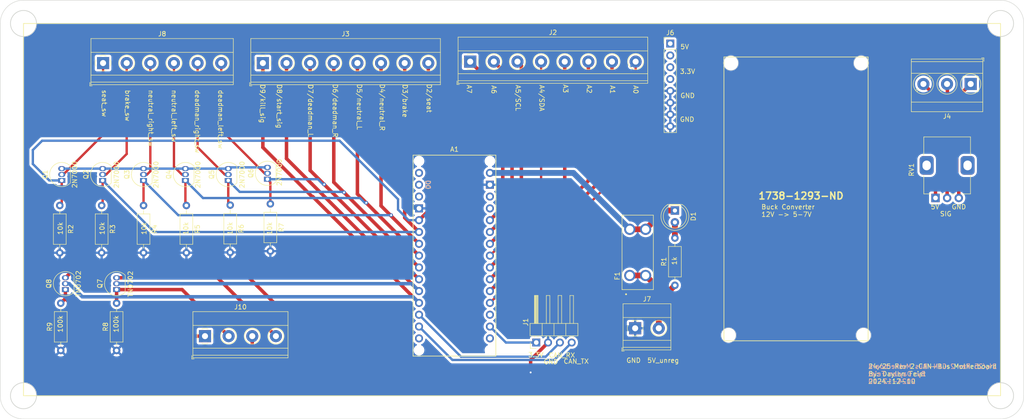
<source format=kicad_pcb>
(kicad_pcb (version 20221018) (generator pcbnew)
  (layers (0 "F.Cu" signal) (31 "B.Cu" signal) (34 "B.Paste" user) (35 "F.Paste" user) (36 "B.SilkS" user "B.Silkscreen") (37 "F.SilkS" user "F.Silkscreen") (38 "B.Mask" user) (39 "F.Mask" user) (44 "Edge.Cuts" user))
  (net 0 "")
  (net 1 "V_in")
  (net 2 "Net-(D1-A)")
  (net 3 "/Input_Power/V_in_unreg")
  (net 4 "+3V3")
  (net 5 "GND")
  (net 6 "/Arduino/CAN_RX")
  (net 7 "/Arduino/CAN_TX")
  (net 8 "/Arduino/A7")
  (net 9 "/Arduino/A6")
  (net 10 "/Arduino/A5{slash}SCL")
  (net 11 "/Arduino/A4{slash}SDA")
  (net 12 "/Arduino/A3")
  (net 13 "/Arduino/A2")
  (net 14 "/Arduino/A1")
  (net 15 "/Arduino/A0")
  (net 16 "start_sig")
  (net 17 "kill_sig")
  (net 18 "deadman_left")
  (net 19 "deadman_right")
  (net 20 "neutral_left")
  (net 21 "neutral_right")
  (net 22 "brake_signal")
  (net 23 "seat_signal")
  (net 24 "/Throttle/Accel_GND")
  (net 25 "/Throttle/Accel_sig")
  (net 26 "/Throttle/Accel_power")
  (net 27 "+5V")
  (net 28 "/Safety Circuitry/seat_switch")
  (net 29 "/Safety Circuitry/brake_switch")
  (net 30 "/Safety Circuitry/neutral_right_switch")
  (net 31 "/Safety Circuitry/neutral_left_switch")
  (net 32 "/Safety Circuitry/deadman_right_switch")
  (net 33 "/Safety Circuitry/deadman_left_switch")
  (net 41 "/Arduino/kill_vout")
  (net 42 "/Arduino/starter_vout")
  (net 43 "/Arduino/kill_vin")
  (net 44 "/Arduino/starter_vin")
  (footprint "3568 (Fuse Holder):FUSE_3568" (layer "F.Cu") (at 176.545 86 90)
    (fp_text reference "F1" (at -5.075 -4.385 90) (layer "F.SilkS"))
    (fp_text value "3568")
    (pad "1" thru_hole circle (at -4.96 -1.7 90) (size 2.4 2.4) (drill 1.6) (layers "*.Cu" "*.Mask") (net 3 "/Input_Power/V_in_unreg"))
    (pad "2" thru_hole circle (at 4.96 -1.7 90) (size 2.4 2.4) (drill 1.6) (layers "*.Cu" "*.Mask") (net 1 "V_in"))
    (pad "3" thru_hole circle (at -4.96 1.7 90) (size 2.4 2.4) (drill 1.6) (layers "*.Cu" "*.Mask") (net 3 "/Input_Power/V_in_unreg"))
    (pad "4" thru_hole circle (at 4.96 1.7 90) (size 2.4 2.4) (drill 1.6) (layers "*.Cu" "*.Mask") (net 1 "V_in"))
  )
  (footprint "TerminalBlock_Phoenix:TerminalBlock_Phoenix_MKDS-3-3-5.08_1x03_P5.08mm_Horizontal" (layer "F.Cu") (at 248.115 49.805 180)
    (fp_text reference "J4" (at 5.08 -6.96) (layer "F.SilkS"))
    (fp_text value "Conn_01x03_Male")
    (pad "1" thru_hole rect (at 0 0 180) (size 2.6 2.6) (drill 1.3) (layers "*.Cu" "*.Mask") (net 24 "/Throttle/Accel_GND"))
    (pad "2" thru_hole circle (at 5.08 0 180) (size 2.6 2.6) (drill 1.3) (layers "*.Cu" "*.Mask") (net 25 "/Throttle/Accel_sig"))
    (pad "3" thru_hole circle (at 10.16 0 180) (size 2.6 2.6) (drill 1.3) (layers "*.Cu" "*.Mask") (net 26 "/Throttle/Accel_power"))
  )
  (footprint "LED_THT:LED_D5.0mm" (layer "F.Cu") (at 184.545 77 -90)
    (fp_text reference "D1" (at 1.27 -3.96 90) (layer "F.SilkS"))
    (fp_text value "LED")
    (pad "1" thru_hole rect (at 0 0 270) (size 1.8 1.8) (drill 0.9) (layers "*.Cu" "*.Mask") (net 1 "V_in"))
    (pad "2" thru_hole circle (at 2.54 0 270) (size 1.8 1.8) (drill 0.9) (layers "*.Cu" "*.Mask") (net 2 "Net-(D1-A)"))
  )
  (footprint "Resistor_THT:R_Axial_DIN0207_L6.3mm_D2.5mm_P10.16mm_Horizontal" (layer "F.Cu") (at 184.545 93.08 90)
    (fp_text reference "R1" (at 5.08 -2.37 90) (layer "F.SilkS"))
    (fp_text value "1k")
    (pad "1" thru_hole circle (at 0 0 90) (size 1.6 1.6) (drill 0.8) (layers "*.Cu" "*.Mask") (net 3 "/Input_Power/V_in_unreg"))
    (pad "2" thru_hole oval (at 10.16 0 90) (size 1.6 1.6) (drill 0.8) (layers "*.Cu" "*.Mask") (net 2 "Net-(D1-A)"))
  )
  (footprint "Connector_PinHeader_2.54mm:PinHeader_1x04_P2.54mm_Horizontal" (layer "F.Cu") (at 154.745 105.375 90)
    (fp_text reference "J1" (at 4.385 -2.27 90) (layer "F.SilkS"))
    (fp_text value "Conn_01x04_Pin")
    (pad "1" thru_hole rect (at 0 0 90) (size 1.7 1.7) (drill 1) (layers "*.Cu" "*.Mask") (net 4 "+3V3"))
    (pad "2" thru_hole oval (at 0 2.54 90) (size 1.7 1.7) (drill 1) (layers "*.Cu" "*.Mask") (net 5 "GND"))
    (pad "3" thru_hole oval (at 0 5.08 90) (size 1.7 1.7) (drill 1) (layers "*.Cu" "*.Mask") (net 6 "/Arduino/CAN_RX"))
    (pad "4" thru_hole oval (at 0 7.62 90) (size 1.7 1.7) (drill 1) (layers "*.Cu" "*.Mask") (net 7 "/Arduino/CAN_TX"))
  )
  (footprint "Resistor_THT:R_Axial_DIN0207_L6.3mm_D2.5mm_P10.16mm_Horizontal" (layer "F.Cu") (at 52.545 107.08 90)
    (fp_text reference "R9" (at 5.08 -2.37 90) (layer "F.SilkS"))
    (fp_text value "100k")
    (pad "1" thru_hole circle (at 0 0 90) (size 1.6 1.6) (drill 0.8) (layers "*.Cu" "*.Mask") (net 5 "GND"))
    (pad "2" thru_hole oval (at 10.16 0 90) (size 1.6 1.6) (drill 0.8) (layers "*.Cu" "*.Mask") (net 41 "/Arduino/kill_vout"))
  )
  (footprint "Resistor_THT:R_Axial_DIN0207_L6.3mm_D2.5mm_P10.16mm_Horizontal" (layer "F.Cu") (at 79.545 75.92 -90)
    (fp_text reference "R5" (at 5.08 -2.37 90) (layer "F.SilkS"))
    (fp_text value "10k")
    (pad "1" thru_hole circle (at 0 0 270) (size 1.6 1.6) (drill 0.8) (layers "*.Cu" "*.Mask") (net 20 "neutral_left"))
    (pad "2" thru_hole oval (at 10.16 0 270) (size 1.6 1.6) (drill 0.8) (layers "*.Cu" "*.Mask") (net 5 "GND"))
  )
  (footprint "TerminalBlock_Phoenix:TerminalBlock_Phoenix_MKDS-1,5-8-5.08_1x08_P5.08mm_Horizontal" (layer "F.Cu") (at 140.545 45)
    (fp_text reference "J2" (at 17.78 -6.26) (layer "F.SilkS"))
    (fp_text value "Conn_01x08_Male")
    (pad "1" thru_hole rect (at 0 0) (size 2.6 2.6) (drill 1.3) (layers "*.Cu" "*.Mask") (net 8 "/Arduino/A7"))
    (pad "2" thru_hole circle (at 5.08 0) (size 2.6 2.6) (drill 1.3) (layers "*.Cu" "*.Mask") (net 9 "/Arduino/A6"))
    (pad "3" thru_hole circle (at 10.16 0) (size 2.6 2.6) (drill 1.3) (layers "*.Cu" "*.Mask") (net 10 "/Arduino/A5{slash}SCL"))
    (pad "4" thru_hole circle (at 15.24 0) (size 2.6 2.6) (drill 1.3) (layers "*.Cu" "*.Mask") (net 11 "/Arduino/A4{slash}SDA"))
    (pad "5" thru_hole circle (at 20.32 0) (size 2.6 2.6) (drill 1.3) (layers "*.Cu" "*.Mask") (net 12 "/Arduino/A3"))
    (pad "6" thru_hole circle (at 25.4 0) (size 2.6 2.6) (drill 1.3) (layers "*.Cu" "*.Mask") (net 13 "/Arduino/A2"))
    (pad "7" thru_hole circle (at 30.48 0) (size 2.6 2.6) (drill 1.3) (layers "*.Cu" "*.Mask") (net 14 "/Arduino/A1"))
    (pad "8" thru_hole circle (at 35.56 0) (size 2.6 2.6) (drill 1.3) (layers "*.Cu" "*.Mask") (net 15 "/Arduino/A0"))
  )
  (footprint "TerminalBlock_Phoenix:TerminalBlock_Phoenix_MKDS-1,5-2-5.08_1x02_P5.08mm_Horizontal" (layer "F.Cu") (at 176 102.305)
    (fp_text reference "J7" (at 2.54 -6.26) (layer "F.SilkS"))
    (fp_text value "Conn_01x02_Pin")
    (pad "1" thru_hole rect (at 0 0) (size 2.6 2.6) (drill 1.3) (layers "*.Cu" "*.Mask") (net 5 "GND"))
    (pad "2" thru_hole circle (at 5.08 0) (size 2.6 2.6) (drill 1.3) (layers "*.Cu" "*.Mask") (net 3 "/Input_Power/V_in_unreg"))
  )
  (footprint "TerminalBlock_Phoenix:TerminalBlock_Phoenix_MKDS-1,5-8-5.08_1x08_P5.08mm_Horizontal" (layer "F.Cu") (at 95.985 45.305)
    (fp_text reference "J3" (at 17.78 -6.26) (layer "F.SilkS"))
    (fp_text value "Conn_01x08_Male" hide)
    (pad "1" thru_hole rect (at 0 0) (size 2.6 2.6) (drill 1.3) (layers "*.Cu" "*.Mask") (net 17 "kill_sig"))
    (pad "2" thru_hole circle (at 5.08 0) (size 2.6 2.6) (drill 1.3) (layers "*.Cu" "*.Mask") (net 16 "start_sig"))
    (pad "3" thru_hole circle (at 10.16 0) (size 2.6 2.6) (drill 1.3) (layers "*.Cu" "*.Mask") (net 18 "deadman_left"))
    (pad "4" thru_hole circle (at 15.24 0) (size 2.6 2.6) (drill 1.3) (layers "*.Cu" "*.Mask") (net 19 "deadman_right"))
    (pad "5" thru_hole circle (at 20.32 0) (size 2.6 2.6) (drill 1.3) (layers "*.Cu" "*.Mask") (net 20 "neutral_left"))
    (pad "6" thru_hole circle (at 25.4 0) (size 2.6 2.6) (drill 1.3) (layers "*.Cu" "*.Mask") (net 21 "neutral_right"))
    (pad "7" thru_hole circle (at 30.48 0) (size 2.6 2.6) (drill 1.3) (layers "*.Cu" "*.Mask") (net 22 "brake_signal"))
    (pad "8" thru_hole circle (at 35.56 0) (size 2.6 2.6) (drill 1.3) (layers "*.Cu" "*.Mask") (net 23 "seat_signal"))
  )
  (footprint "arduino:Arduino_Nano_ESP32_Socket" (layer "F.Cu") (at 137.165 108.29)
    (fp_text reference "A1" (at 0 -44.45) (layer "F.SilkS"))
    (fp_text value "Arduino_Nano_ESP32_Socket")
    (fp_text user "D0" (at -5.715 -36.83 -90 unlocked) (layer "B.SilkS") (effects (justify mirror)))
    (fp_text user "D0" (at -5.715 -36.83 -90 unlocked) (layer "F.SilkS"))
    (pad "" np_thru_hole circle (at -7.62 -41.91) (size 1.8 1.8) (drill 1.8) (layers "F&B.Cu" "*.Mask"))
    (pad "" np_thru_hole circle (at -7.62 -1.27) (size 1.8 1.8) (drill 1.8) (layers "F&B.Cu" "*.Mask"))
    (pad "" np_thru_hole circle (at 7.62 -41.91) (size 1.8 1.8) (drill 1.8) (layers "F&B.Cu" "*.Mask"))
    (pad "" np_thru_hole circle (at 7.62 -1.27) (size 1.8 1.8) (drill 1.8) (layers "F&B.Cu" "*.Mask"))
    (pad "3V3" thru_hole circle (at 7.62 -6.35) (size 1.7272 1.7272) (drill 1.016) (layers "*.Cu" "*.Mask") (net 4 "+3V3"))
    (pad "5V" thru_hole circle (at 7.62 -31.75) (size 1.7272 1.7272) (drill 1.016) (layers "*.Cu" "*.Mask") (net 27 "+5V"))
    (pad "A0" thru_hole circle (at 7.62 -11.43) (size 1.7272 1.7272) (drill 1.016) (layers "*.Cu" "*.Mask") (net 15 "/Arduino/A0"))
    (pad "A1" thru_hole circle (at 7.62 -13.97) (size 1.7272 1.7272) (drill 1.016) (layers "*.Cu" "*.Mask") (net 14 "/Arduino/A1"))
    (pad "A2" thru_hole circle (at 7.62 -16.51) (size 1.7272 1.7272) (drill 1.016) (layers "*.Cu" "*.Mask") (net 13 "/Arduino/A2"))
    (pad "A3" thru_hole circle (at 7.62 -19.05) (size 1.7272 1.7272) (drill 1.016) (layers "*.Cu" "*.Mask") (net 12 "/Arduino/A3"))
    (pad "A4" thru_hole circle (at 7.62 -21.59) (size 1.7272 1.7272) (drill 1.016) (layers "*.Cu" "*.Mask") (net 11 "/Arduino/A4{slash}SDA"))
    (pad "A5" thru_hole circle (at 7.62 -24.13) (size 1.7272 1.7272) (drill 1.016) (layers "*.Cu" "*.Mask") (net 10 "/Arduino/A5{slash}SCL"))
    (pad "A6" thru_hole circle (at 7.62 -26.67) (size 1.7272 1.7272) (drill 1.016) (layers "*.Cu" "*.Mask") (net 9 "/Arduino/A6"))
    (pad "A7" thru_hole circle (at 7.62 -29.21) (size 1.7272 1.7272) (drill 1.016) (layers "*.Cu" "*.Mask") (net 8 "/Arduino/A7"))
    (pad "B0" thru_hole circle (at 7.62 -8.89) (size 1.7272 1.7272) (drill 1.016) (layers "*.Cu" "*.Mask"))
    (pad "B1" thru_hole circle (at 7.62 -34.29) (size 1.7272 1.7272) (drill 1.016) (layers "*.Cu" "*.Mask"))
    (pad "D0" thru_hole circle (at -7.62 -36.83) (size 1.7272 1.7272) (drill 1.016) (layers "*.Cu" "*.Mask"))
    (pad "D1" thru_hole circle (at -7.62 -39.37) (size 1.7272 1.7272) (drill 1.016) (layers "*.Cu" "*.Mask"))
    (pad "D2" thru_hole circle (at -7.62 -29.21) (size 1.7272 1.7272) (drill 1.016) (layers "*.Cu" "*.Mask") (net 23 "seat_signal"))
    (pad "D3" thru_hole circle (at -7.62 -26.67) (size 1.7272 1.7272) (drill 1.016) (layers "*.Cu" "*.Mask") (net 22 "brake_signal"))
    (pad "D4" thru_hole circle (at -7.62 -24.13) (size 1.7272 1.7272) (drill 1.016) (layers "*.Cu" "*.Mask") (net 21 "neutral_right"))
    (pad "D5" thru_hole circle (at -7.62 -21.59) (size 1.7272 1.7272) (drill 1.016) (layers "*.Cu" "*.Mask") (net 20 "neutral_left"))
    (pad "D6" thru_hole circle (at -7.62 -19.05) (size 1.7272 1.7272) (drill 1.016) (layers "*.Cu" "*.Mask") (net 19 "deadman_right"))
    (pad "D7" thru_hole circle (at -7.62 -16.51) (size 1.7272 1.7272) (drill 1.016) (layers "*.Cu" "*.Mask") (net 18 "deadman_left"))
    (pad "D8" thru_hole circle (at -7.62 -13.97) (size 1.7272 1.7272) (drill 1.016) (layers "*.Cu" "*.Mask") (net 16 "start_sig"))
    (pad "D9" thru_hole circle (at -7.62 -11.43) (size 1.7272 1.7272) (drill 1.016) (layers "*.Cu" "*.Mask") (net 17 "kill_sig"))
    (pad "D10" thru_hole circle (at -7.62 -8.89) (size 1.7272 1.7272) (drill 1.016) (layers "*.Cu" "*.Mask") (net 6 "/Arduino/CAN_RX"))
    (pad "D11" thru_hole circle (at -7.62 -6.35) (size 1.7272 1.7272) (drill 1.016) (layers "*.Cu" "*.Mask") (net 7 "/Arduino/CAN_TX"))
    (pad "D12" thru_hole circle (at -7.62 -3.81) (size 1.7272 1.7272) (drill 1.016) (layers "*.Cu" "*.Mask"))
    (pad "D13" thru_hole circle (at 7.62 -3.81) (size 1.7272 1.7272) (drill 1.016) (layers "*.Cu" "*.Mask"))
    (pad "GND1" thru_hole rect (at -7.62 -31.75) (size 1.7272 1.7272) (drill 1.016) (layers "*.Cu" "*.Mask") (net 5 "GND"))
    (pad "GND2" thru_hole rect (at 7.62 -36.83) (size 1.7272 1.7272) (drill 1.016) (layers "*.Cu" "*.Mask") (net 5 "GND"))
    (pad "RST" thru_hole circle (at -7.62 -34.29) (size 1.7272 1.7272) (drill 1.016) (layers "*.Cu" "*.Mask"))
    (pad "VIN" thru_hole circle (at 7.62 -39.37) (size 1.7272 1.7272) (drill 1.016) (layers "*.Cu" "*.Mask") (net 1 "V_in"))
  )
  (footprint "Package_TO_SOT_THT:TO-92_Inline" (layer "F.Cu") (at 70.335 70.54 90)
    (fp_text reference "Q3" (at 1.27 -3.56 90) (layer "F.SilkS"))
    (fp_text value "2N7000")
    (pad "1" thru_hole rect (at 0 0 90) (size 1.05 1.5) (drill 0.75) (layers "*.Cu" "*.Mask") (net 21 "neutral_right"))
    (pad "2" thru_hole oval (at 1.27 0 90) (size 1.05 1.5) (drill 0.75) (layers "*.Cu" "*.Mask") (net 30 "/Safety Circuitry/neutral_right_switch"))
    (pad "3" thru_hole oval (at 2.54 0 90) (size 1.05 1.5) (drill 0.75) (layers "*.Cu" "*.Mask") (net 4 "+3V3"))
  )
  (footprint "Package_TO_SOT_THT:TO-92_Inline" (layer "F.Cu") (at 88.545 70.54 90)
    (fp_text reference "Q5" (at 1.27 -3.56 90) (layer "F.SilkS"))
    (fp_text value "2N7000")
    (pad "1" thru_hole rect (at 0 0 90) (size 1.05 1.5) (drill 0.75) (layers "*.Cu" "*.Mask") (net 19 "deadman_right"))
    (pad "2" thru_hole oval (at 1.27 0 90) (size 1.05 1.5) (drill 0.75) (layers "*.Cu" "*.Mask") (net 32 "/Safety Circuitry/deadman_right_switch"))
    (pad "3" thru_hole oval (at 2.54 0 90) (size 1.05 1.5) (drill 0.75) (layers "*.Cu" "*.Mask") (net 4 "+3V3"))
  )
  (footprint "Potentiometer_THT:Potentiometer_Alps_RK09K_Single_Vertical" (layer "F.Cu") (at 240.555 74.305 90)
    (fp_text reference "RV1" (at 6.05 -5.15 90) (layer "F.SilkS"))
    (fp_text value "R_Potentiometer")
    (pad "1" thru_hole rect (at 0 0 90) (size 1.8 1.8) (drill 1) (layers "*.Cu" "*.Mask") (net 26 "/Throttle/Accel_power"))
    (pad "2" thru_hole circle (at 0 2.5 90) (size 1.8 1.8) (drill 1) (layers "*.Cu" "*.Mask") (net 25 "/Throttle/Accel_sig"))
    (pad "3" thru_hole circle (at 0 5 90) (size 1.8 1.8) (drill 1) (layers "*.Cu" "*.Mask") (net 24 "/Throttle/Accel_GND"))
    (pad "MP" thru_hole roundrect (at 7 -1.9 90) (size 4 3) (drill oval 2.1 1.8) (layers "*.Cu" "*.Mask"))
    (pad "MP" thru_hole roundrect (at 7 6.9 90) (size 4 3) (drill oval 2.1 1.8) (layers "*.Cu" "*.Mask"))
  )
  (footprint "Package_TO_SOT_THT:TO-92_Inline" (layer "F.Cu") (at 96.965 70.27 90)
    (fp_text reference "Q6" (at 1.27 -3.56 90) (layer "F.SilkS"))
    (fp_text value "2N7000")
    (pad "1" thru_hole rect (at 0 0 90) (size 1.05 1.5) (drill 0.75) (layers "*.Cu" "*.Mask") (net 18 "deadman_left"))
    (pad "2" thru_hole oval (at 1.27 0 90) (size 1.05 1.5) (drill 0.75) (layers "*.Cu" "*.Mask") (net 33 "/Safety Circuitry/deadman_left_switch"))
    (pad "3" thru_hole oval (at 2.54 0 90) (size 1.05 1.5) (drill 0.75) (layers "*.Cu" "*.Mask") (net 4 "+3V3"))
  )
  (footprint "Package_TO_SOT_THT:TO-92_Inline" (layer "F.Cu") (at 79.335 70.54 90)
    (fp_text reference "Q4" (at 1.27 -3.56 90) (layer "F.SilkS"))
    (fp_text value "2N7000")
    (pad "1" thru_hole rect (at 0 0 90) (size 1.05 1.5) (drill 0.75) (layers "*.Cu" "*.Mask") (net 20 "neutral_left"))
    (pad "2" thru_hole oval (at 1.27 0 90) (size 1.05 1.5) (drill 0.75) (layers "*.Cu" "*.Mask") (net 31 "/Safety Circuitry/neutral_left_switch"))
    (pad "3" thru_hole oval (at 2.54 0 90) (size 1.05 1.5) (drill 0.75) (layers "*.Cu" "*.Mask") (net 4 "+3V3"))
  )
  (footprint "Resistor_THT:R_Axial_DIN0207_L6.3mm_D2.5mm_P10.16mm_Horizontal" (layer "F.Cu") (at 52.335 75.92 -90)
    (fp_text reference "R2" (at 5.08 -2.37 90) (layer "F.SilkS"))
    (fp_text value "10k")
    (pad "1" thru_hole circle (at 0 0 270) (size 1.6 1.6) (drill 0.8) (layers "*.Cu" "*.Mask") (net 23 "seat_signal"))
    (pad "2" thru_hole oval (at 10.16 0 270) (size 1.6 1.6) (drill 0.8) (layers "*.Cu" "*.Mask") (net 5 "GND"))
  )
  (footprint "Resistor_THT:R_Axial_DIN0207_L6.3mm_D2.5mm_P10.16mm_Horizontal" (layer "F.Cu") (at 97.595 75.57 -90)
    (fp_text reference "R7" (at 5.08 -2.37 90) (layer "F.SilkS"))
    (fp_text value "10k")
    (pad "1" thru_hole circle (at 0 0 270) (size 1.6 1.6) (drill 0.8) (layers "*.Cu" "*.Mask") (net 18 "deadman_left"))
    (pad "2" thru_hole oval (at 10.16 0 270) (size 1.6 1.6) (drill 0.8) (layers "*.Cu" "*.Mask") (net 5 "GND"))
  )
  (footprint "Resistor_THT:R_Axial_DIN0207_L6.3mm_D2.5mm_P10.16mm_Horizontal" (layer "F.Cu") (at 88.965 75.84 -90)
    (fp_text reference "R6" (at 5.08 -2.37 90) (layer "F.SilkS"))
    (fp_text value "10k")
    (pad "1" thru_hole circle (at 0 0 270) (size 1.6 1.6) (drill 0.8) (layers "*.Cu" "*.Mask") (net 19 "deadman_right"))
    (pad "2" thru_hole oval (at 10.16 0 270) (size 1.6 1.6) (drill 0.8) (layers "*.Cu" "*.Mask") (net 5 "GND"))
  )
  (footprint "Resistor_THT:R_Axial_DIN0207_L6.3mm_D2.5mm_P10.16mm_Horizontal" (layer "F.Cu") (at 70.335 75.92 -90)
    (fp_text reference "R4" (at 5.08 -2.37 90) (layer "F.SilkS"))
    (fp_text value "10k")
    (pad "1" thru_hole circle (at 0 0 270) (size 1.6 1.6) (drill 0.8) (layers "*.Cu" "*.Mask") (net 21 "neutral_right"))
    (pad "2" thru_hole oval (at 10.16 0 270) (size 1.6 1.6) (drill 0.8) (layers "*.Cu" "*.Mask") (net 5 "GND"))
  )
  (footprint "Package_TO_SOT_THT:TO-92_Inline" (layer "F.Cu") (at 53.545 94 90)
    (fp_text reference "Q8" (at 1.27 -3.56 90) (layer "F.SilkS"))
    (fp_text value "TN0702" (at 1.27 2.79 90) (layer "F.SilkS"))
    (pad "1" thru_hole rect (at 0 0 90) (size 1.05 1.5) (drill 0.75) (layers "*.Cu" "*.Mask") (net 41 "/Arduino/kill_vout"))
    (pad "2" thru_hole oval (at 1.27 0 90) (size 1.05 1.5) (drill 0.75) (layers "*.Cu" "*.Mask") (net 17 "kill_sig"))
    (pad "3" thru_hole oval (at 2.54 0 90) (size 1.05 1.5) (drill 0.75) (layers "*.Cu" "*.Mask") (net 43 "/Arduino/kill_vin"))
  )
  (footprint "Resistor_THT:R_Axial_DIN0207_L6.3mm_D2.5mm_P10.16mm_Horizontal" (layer "F.Cu") (at 61.335 75.92 -90)
    (fp_text reference "R3" (at 5.08 -2.37 90) (layer "F.SilkS"))
    (fp_text value "10k")
    (pad "1" thru_hole circle (at 0 0 270) (size 1.6 1.6) (drill 0.8) (layers "*.Cu" "*.Mask") (net 22 "brake_signal"))
    (pad "2" thru_hole oval (at 10.16 0 270) (size 1.6 1.6) (drill 0.8) (layers "*.Cu" "*.Mask") (net 5 "GND"))
  )
  (footprint "TerminalBlock_Phoenix:TerminalBlock_Phoenix_MKDS-1,5-6-5.08_1x06_P5.08mm_Horizontal" (layer "F.Cu") (at 61.635 45.305)
    (fp_text reference "J8" (at 12.7 -6.26) (layer "F.SilkS"))
    (fp_text value "Conn_01x06_Male")
    (pad "1" thru_hole rect (at 0 0) (size 2.6 2.6) (drill 1.3) (layers "*.Cu" "*.Mask") (net 28 "/Safety Circuitry/seat_switch"))
    (pad "2" thru_hole circle (at 5.08 0) (size 2.6 2.6) (drill 1.3) (layers "*.Cu" "*.Mask") (net 29 "/Safety Circuitry/brake_switch"))
    (pad "3" thru_hole circle (at 10.16 0) (size 2.6 2.6) (drill 1.3) (layers "*.Cu" "*.Mask") (net 30 "/Safety Circuitry/neutral_right_switch"))
    (pad "4" thru_hole circle (at 15.24 0) (size 2.6 2.6) (drill 1.3) (layers "*.Cu" "*.Mask") (net 31 "/Safety Circuitry/neutral_left_switch"))
    (pad "5" thru_hole circle (at 20.32 0) (size 2.6 2.6) (drill 1.3) (layers "*.Cu" "*.Mask") (net 32 "/Safety Circuitry/deadman_right_switch"))
    (pad "6" thru_hole circle (at 25.4 0) (size 2.6 2.6) (drill 1.3) (layers "*.Cu" "*.Mask") (net 33 "/Safety Circuitry/deadman_left_switch"))
  )
  (footprint "Package_TO_SOT_THT:TO-92_Inline" (layer "F.Cu") (at 52.755 70.54 90)
    (fp_text reference "Q1" (at 1.27 -3.56 90) (layer "F.SilkS"))
    (fp_text value "2N7000" (at 1.27 2.79 90) (layer "F.SilkS"))
    (pad "1" thru_hole rect (at 0 0 90) (size 1.05 1.5) (drill 0.75) (layers "*.Cu" "*.Mask") (net 23 "seat_signal"))
    (pad "2" thru_hole oval (at 1.27 0 90) (size 1.05 1.5) (drill 0.75) (layers "*.Cu" "*.Mask") (net 28 "/Safety Circuitry/seat_switch"))
    (pad "3" thru_hole oval (at 2.54 0 90) (size 1.05 1.5) (drill 0.75) (layers "*.Cu" "*.Mask") (net 4 "+3V3"))
  )
  (footprint "Package_TO_SOT_THT:TO-92_Inline" (layer "F.Cu") (at 61.545 70.54 90)
    (fp_text reference "Q2" (at 1.27 -3.56 90) (layer "F.SilkS"))
    (fp_text value "2N7000")
    (pad "1" thru_hole rect (at 0 0 90) (size 1.05 1.5) (drill 0.75) (layers "*.Cu" "*.Mask") (net 22 "brake_signal"))
    (pad "2" thru_hole oval (at 1.27 0 90) (size 1.05 1.5) (drill 0.75) (layers "*.Cu" "*.Mask") (net 29 "/Safety Circuitry/brake_switch"))
    (pad "3" thru_hole oval (at 2.54 0 90) (size 1.05 1.5) (drill 0.75) (layers "*.Cu" "*.Mask") (net 4 "+3V3"))
  )
  (footprint "TerminalBlock_Phoenix:TerminalBlock_Phoenix_MKDS-1,5-4-5.08_1x04_P5.08mm_Horizontal" (layer "F.Cu") (at 83.545 104)
    (fp_text reference "J10" (at 7.62 -6.26) (layer "F.SilkS"))
    (fp_text value "Conn_01x04_Pin")
    (pad "1" thru_hole rect (at 0 0) (size 2.6 2.6) (drill 1.3) (layers "*.Cu" "*.Mask") (net 41 "/Arduino/kill_vout"))
    (pad "2" thru_hole circle (at 5.08 0) (size 2.6 2.6) (drill 1.3) (layers "*.Cu" "*.Mask") (net 42 "/Arduino/starter_vout"))
    (pad "3" thru_hole circle (at 10.16 0) (size 2.6 2.6) (drill 1.3) (layers "*.Cu" "*.Mask") (net 43 "/Arduino/kill_vin"))
    (pad "4" thru_hole circle (at 15.24 0) (size 2.6 2.6) (drill 1.3) (layers "*.Cu" "*.Mask") (net 44 "/Arduino/starter_vin"))
  )
  (footprint "Resistor_THT:R_Axial_DIN0207_L6.3mm_D2.5mm_P10.16mm_Horizontal" (layer "F.Cu") (at 64.545 107.08 90)
    (fp_text reference "R8" (at 5.08 -2.37 90) (layer "F.SilkS"))
    (fp_text value "100k")
    (pad "1" thru_hole circle (at 0 0 90) (size 1.6 1.6) (drill 0.8) (layers "*.Cu" "*.Mask") (net 5 "GND"))
    (pad "2" thru_hole oval (at 10.16 0 90) (size 1.6 1.6) (drill 0.8) (layers "*.Cu" "*.Mask") (net 42 "/Arduino/starter_vout"))
  )
  (footprint "Connector_PinHeader_2.54mm:PinHeader_1x08_P2.54mm_Vertical" (layer "F.Cu") (at 183.545 41.125)
    (fp_text reference "J6" (at 0 -2.33) (layer "F.SilkS"))
    (fp_text value "Conn_01x08_Pin")
    (pad "1" thru_hole rect (at 0 0) (size 1.7 1.7) (drill 1) (layers "*.Cu" "*.Mask") (net 27 "+5V"))
    (pad "2" thru_hole oval (at 0 2.54) (size 1.7 1.7) (drill 1) (layers "*.Cu" "*.Mask") (net 27 "+5V"))
    (pad "3" thru_hole oval (at 0 5.08) (size 1.7 1.7) (drill 1) (layers "*.Cu" "*.Mask") (net 4 "+3V3"))
    (pad "4" thru_hole oval (at 0 7.62) (size 1.7 1.7) (drill 1) (layers "*.Cu" "*.Mask") (net 4 "+3V3"))
    (pad "5" thru_hole oval (at 0 10.16) (size 1.7 1.7) (drill 1) (layers "*.Cu" "*.Mask") (net 5 "GND"))
    (pad "6" thru_hole oval (at 0 12.7) (size 1.7 1.7) (drill 1) (layers "*.Cu" "*.Mask") (net 5 "GND"))
    (pad "7" thru_hole oval (at 0 15.24) (size 1.7 1.7) (drill 1) (layers "*.Cu" "*.Mask") (net 5 "GND"))
    (pad "8" thru_hole oval (at 0 17.78) (size 1.7 1.7) (drill 1) (layers "*.Cu" "*.Mask") (net 5 "GND"))
  )
  (footprint "Package_TO_SOT_THT:TO-92_Inline" (layer "F.Cu") (at 64.545 94 90)
    (fp_text reference "Q7" (at 1.27 -3.56 90) (layer "F.SilkS"))
    (fp_text value "TN0702")
    (pad "1" thru_hole rect (at 0 0 90) (size 1.05 1.5) (drill 0.75) (layers "*.Cu" "*.Mask") (net 42 "/Arduino/starter_vout"))
    (pad "2" thru_hole oval (at 1.27 0 90) (size 1.05 1.5) (drill 0.75) (layers "*.Cu" "*.Mask") (net 16 "start_sig"))
    (pad "3" thru_hole oval (at 2.54 0 90) (size 1.05 1.5) (drill 0.75) (layers "*.Cu" "*.Mask") (net 44 "/Arduino/starter_vin"))
  )
  (gr_rect (start 44.535 36.805) (end 254.535 116.805) (stroke (width 0.15)) (fill none) (layer "F.SilkS"))
  (gr_rect (start 195.08 44) (end 226.08 105) (stroke (width 0.15)) (fill none) (layer "F.SilkS"))
  (gr_circle (center 225.08 103.805) (end 226.68 103.805) (stroke (width 0.1)) (fill none) (layer "Edge.Cuts"))
  (gr_arc (start 254.535 31.805) (mid 258.070534 33.269466) (end 259.535 36.805) (stroke (width 0.1)) (layer "Edge.Cuts"))
  (gr_circle (center 254.535 116.805) (end 257.335 116.805) (stroke (width 0.15)) (fill none) (layer "Edge.Cuts"))
  (gr_line (start 254.535 121.805) (end 44.535 121.805) (stroke (width 0.1)) (layer "Edge.Cuts"))
  (gr_circle (center 44.535 36.805) (end 47.335 36.805) (stroke (width 0.15)) (fill none) (layer "Edge.Cuts"))
  (gr_circle (center 224.58 45.305) (end 226.18 45.305) (stroke (width 0.1)) (fill none) (layer "Edge.Cuts"))
  (gr_arc (start 259.535 116.805) (mid 258.070534 120.340534) (end 254.535 121.805) (stroke (width 0.1)) (layer "Edge.Cuts"))
  (gr_circle (center 254.535 36.805) (end 257.335 36.805) (stroke (width 0.15)) (fill none) (layer "Edge.Cuts"))
  (gr_line (start 259.535 36.805) (end 259.535 116.805) (stroke (width 0.1)) (layer "Edge.Cuts"))
  (gr_circle (center 196.08 103.805) (end 197.68 103.805) (stroke (width 0.1)) (fill none) (layer "Edge.Cuts"))
  (gr_arc (start 44.535 121.805) (mid 40.999466 120.340534) (end 39.535 116.805) (stroke (width 0.1)) (layer "Edge.Cuts"))
  (gr_circle (center 196.58 45.305) (end 198.18 45.305) (stroke (width 0.1)) (fill none) (layer "Edge.Cuts"))
  (gr_line (start 44.535 31.805) (end 254.535 31.805) (stroke (width 0.1)) (layer "Edge.Cuts"))
  (gr_line (start 39.535 116.805) (end 39.535 36.805) (stroke (width 0.1)) (layer "Edge.Cuts"))
  (gr_arc (start 39.535 36.805) (mid 40.999466 33.269466) (end 44.535 31.805) (stroke (width 0.1)) (layer "Edge.Cuts"))
  (gr_circle (center 44.535 116.805) (end 47.335 116.805) (stroke (width 0.15)) (fill none) (layer "Edge.Cuts"))
  (gr_text "24/25 Rev 2 CAN-Bus Motherboard\nBy: Daylen Feist\n2024-12-10" (at 226.035 114.305) (layer "B.SilkS") (effects (font (size 1 1)) (justify right bottom mirror)))
  (gr_text "D3/brake" (at 125.945 49.8 270) (layer "F.SilkS") (effects (font (size 1 1)) (justify left bottom)))
  (gr_text "CAN_RX" (at 157.345 108.7) (layer "F.SilkS") (effects (font (size 1 1)) (justify left bottom)))
  (gr_text "D5/neutral_L\n" (at 116.145 49.7 270) (layer "F.SilkS") (effects (font (size 1 1)) (justify left bottom)))
  (gr_text "100k" (at 53.035 103.305 90) (layer "F.SilkS") (effects (font (size 1 1)) (justify left bottom)))
  (gr_text "D8/start_sig" (at 98.945 49.8 270) (layer "F.SilkS") (effects (font (size 1 1)) (justify left bottom)))
  (gr_text "A6" (at 145.045 50 270) (layer "F.SilkS") (effects (font (size 1 1)) (justify left bottom)))
  (gr_text "GND" (at 174.035 109.805) (layer "F.SilkS") (effects (font (size 1 1)) (justify left bottom)))
  (gr_text "2N7000" (at 82.035 69.305 90) (layer "F.SilkS") (effects (font (size 1 1))))
  (gr_text "A7" (at 139.745 49.9 270) (layer "F.SilkS") (effects (font (size 1 1)) (justify left bottom)))
  (gr_text "neutral_left_sw" (at 76.335 51 -90) (layer "F.SilkS") (effects (font (size 1 1)) (justify left bottom)))
  (gr_text "100k" (at 65.035 103.305 90) (layer "F.SilkS") (effects (font (size 1 1)) (justify left bottom)))
  (gr_text "10k" (at 62.035 82.305 90) (layer "F.SilkS") (effects (font (size 1 1)) (justify left bottom)))
  (gr_text "GND" (at 185.545 58) (layer "F.SilkS") (effects (font (size 1 1)) (justify left bottom)))
  (gr_text "A5/SCL\n" (at 150.245 49.9 270) (layer "F.SilkS") (effects (font (size 1 1)) (justify left bottom)))
  (gr_text "neutral_right_sw" (at 71.335 51 -90) (layer "F.SilkS") (effects (font (size 1 1)) (justify left bottom)))
  (gr_text "10k" (at 53.035 82.305 90) (layer "F.SilkS") (effects (font (size 1 1)) (justify left bottom)))
  (gr_text "GND" (at 185.645 52.9) (layer "F.SilkS") (effects (font (size 1 1)) (justify left bottom)))
  (gr_text "1k\n" (at 185.035 88.805 90) (layer "F.SilkS") (effects (font (size 1 1)) (justify left bottom)))
  (gr_text "5V" (at 239.455 76.805) (layer "F.SilkS") (effects (font (size 1 1)) (justify left bottom)))
  (gr_text "TN0702" (at 67.535 92.805 90) (layer "F.SilkS") (effects (font (size 1 1))))
  (gr_text "2N7000" (at 99.535 68.805 90) (layer "F.SilkS") (effects (font (size 1 1))))
  (gr_text "1738-1293-ND" (at 202.352 74.73) (layer "F.SilkS") (effects (font (size 1.5 1.5) (thickness 0.3) bold) (justify left bottom)))
  (gr_text "D7/deadman_L\n" (at 105.645 49.8 270) (layer "F.SilkS") (effects (font (size 1 1)) (justify left bottom)))
  (gr_text "A3" (at 160.445 49.8 270) (layer "F.SilkS") (effects (font (size 1 1)) (justify left bottom)))
  (gr_text "5V\n" (at 185.645 42.4) (layer "F.SilkS") (effects (font (size 1 1)) (justify left bottom)))
  (gr_text "2N7000" (at 91.535 69.305 90) (layer "F.SilkS") (effects (font (size 1 1))))
  (gr_text "A4/SDA\n" (at 155.345 49.9 270) (layer "F.SilkS") (effects (font (size 1 1)) (justify left bottom)))
  (gr_text "5V_unreg" (at 178.535 109.805) (layer "F.SilkS") (effects (font (size 1 1)) (justify left bottom)))
  (gr_text "Buck Converter\n12V -> 5-7V\n" (at 203.052 78.43) (layer "F.SilkS") (effects (font (size 1 1)) (justify left bottom)))
  (gr_text "2N7000" (at 73.035 69.305 90) (layer "F.SilkS") (effects (font (size 1 1))))
  (gr_text "D9/kill_sig" (at 95.345 49.8 270) (layer "F.SilkS") (effects (font (size 1 1)) (justify left bottom)))
  (gr_text "3.3V\n" (at 185.545 47.7) (layer "F.SilkS") (effects (font (size 1 1)) (justify left bottom)))
  (gr_text "D4/neutral_R" (at 121.045 49.7 270) (layer "F.SilkS") (effects (font (size 1 1)) (justify left bottom)))
  (gr_text "A0\n" (at 175.545 50 270) (layer "F.SilkS") (effects (font (size 1 1)) (justify left bottom)))
  (gr_text "10k" (at 89.535 82.305 90) (layer "F.SilkS") (effects (font (size 1 1)) (justify left bottom)))
  (gr_text "GND" (at 243.955 76.805) (layer "F.SilkS") (effects (font (size 1 1)) (justify left bottom)))
  (gr_text "A1\n" (at 170.545 50 270) (layer "F.SilkS") (effects (font (size 1 1)) (justify left bottom)))
  (gr_text "GND" (at 156.245 110.1) (layer "F.SilkS") (effects (font (size 1 1)) (justify left bottom)))
  (gr_text "A2\n" (at 165.545 49.9 270) (layer "F.SilkS") (effects (font (size 1 1)) (justify left bottom)))
  (gr_text "24/25 Rev 2 CAN-Bus Motherboard\nBy: Daylen Feist\n2024-12-10" (at 226.035 114.305) (layer "F.SilkS") (effects (font (size 1 1)) (justify left bottom)))
  (gr_text "3.3V\n" (at 152.945 108.6) (layer "F.SilkS") (effects (font (size 1 1)) (justify left bottom)))
  (gr_text "D6/deadman_R\n" (at 110.945 49.7 270) (layer "F.SilkS") (effects (font (size 1 1)) (justify left bottom)))
  (gr_text "deadman_left_sw" (at 86.335 51 -90) (layer "F.SilkS") (effects (font (size 1 1)) (justify left bottom)))
  (gr_text "deadman_right_sw" (at 81.335 51 -90) (layer "F.SilkS") (effects (font (size 1 1)) (justify left bottom)))
  (gr_text "10k" (at 98.035 82.305 90) (layer "F.SilkS") (effects (font (size 1 1)) (justify left bottom)))
  (gr_text "seat_sw" (at 61.335 51 -90) (layer "F.SilkS") (effects (font (size 1 1)) (justify left bottom)))
  (gr_text "2N7000" (at 64.535 69.305 90) (layer "F.SilkS") (effects (font (size 1 1))))
  (gr_text "SIG\n" (at 241.455 78.305) (layer "F.SilkS") (effects (font (size 1 1)) (justify left bottom)))
  (gr_text "D2/seat" (at 131.145 49.7 270) (layer "F.SilkS") (effects (font (size 1 1)) (justify left bottom)))
  (gr_text "10k" (at 80.035 82.305 90) (layer "F.SilkS") (effects (font (size 1 1)) (justify left bottom)))
  (gr_text "CAN_TX\n" (at 160.545 110) (layer "F.SilkS") (effects (font (size 1 1)) (justify left bottom)))
  (gr_text "10k" (at 71.035 82.305 90) (layer "F.SilkS") (effects (font (size 1 1)) (justify left bottom)))
  (gr_text "brake_sw" (at 66.335 51 -90) (layer "F.SilkS") (effects (font (size 1 1)) (justify left bottom)))
  (segment (start 174.845 81.04) (end 178.245 81.04) (width 1.25) (layer "F.Cu") (net 1))
  (segment (start 182.285 77) (end 178.245 81.04) (width 1.25) (layer "F.Cu") (net 1))
  (segment (start 184.545 77) (end 182.285 77) (width 1.25) (layer "F.Cu") (net 1))
  (segment (start 162.725 68.92) (end 144.785 68.92) (width 1.25) (layer "B.Cu") (net 1))
  (segment (start 174.845 81.04) (end 162.725 68.92) (width 1.25) (layer "B.Cu") (net 1))
  (segment (start 184.545 79.54) (end 184.545 82.92) (width 1.25) (layer "F.Cu") (net 2))
  (segment (start 181.08 102.305) (end 181.08 96.545) (width 1.25) (layer "F.Cu") (net 3))
  (segment (start 181.08 93.795) (end 178.245 90.96) (width 1.25) (layer "F.Cu") (net 3))
  (segment (start 181.08 96.545) (end 184.545 93.08) (width 1.25) (layer "F.Cu") (net 3))
  (segment (start 181.08 96.545) (end 181.08 93.795) (width 1.25) (layer "F.Cu") (net 3))
  (segment (start 178.245 90.96) (end 174.845 90.96) (width 1.25) (layer "F.Cu") (net 3))
  (segment (start 96.965 67.73) (end 88.815 67.73) (width 0.5) (layer "B.Cu") (net 4))
  (segment (start 148.22 105.375) (end 144.785 101.94) (width 0.5) (layer "B.Cu") (net 4))
  (segment (start 79.335 68) (end 70.335 68) (width 0.5) (layer "B.Cu") (net 4))
  (segment (start 61.545 68) (end 52.755 68) (width 0.5) (layer "B.Cu") (net 4))
  (segment (start 88.815 67.73) (end 88.545 68) (width 0.5) (layer "B.Cu") (net 4))
  (segment (start 154.745 105.375) (end 148.22 105.375) (width 0.5) (layer "B.Cu") (net 4))
  (segment (start 88.545 68) (end 79.335 68) (width 0.5) (layer "B.Cu") (net 4))
  (segment (start 70.335 68) (end 61.545 68) (width 0.5) (layer "B.Cu") (net 4))
  (segment (start 157.285 105.375) (end 153.535 109.125) (width 0.75) (layer "F.Cu") (net 5))
  (segment (start 153.535 109.125) (end 153.535 111.805) (width 0.75) (layer "F.Cu") (net 5))
  (via (at 153.535 111.805) (size 0.8) (drill 0.4) (layers "F.Cu" "B.Cu") (net 5))
  (segment (start 171.535 102.305) (end 171.035 101.805) (width 1.25) (layer "B.Cu") (net 5))
  (segment (start 176 102.305) (end 171.535 102.305) (width 1.25) (layer "B.Cu") (net 5))
  (segment (start 128.77 76.54) (end 127.035 74.805) (width 0.75) (layer "B.Cu") (net 5))
  (segment (start 129.545 76.54) (end 128.77 76.54) (width 0.75) (layer "B.Cu") (net 5))
  (segment (start 156.78 108.42) (end 138.565 108.42) (width 0.5) (layer "B.Cu") (net 6))
  (segment (start 159.825 105.375) (end 156.78 108.42) (width 0.5) (layer "B.Cu") (net 6))
  (segment (start 138.565 108.42) (end 129.545 99.4) (width 0.5) (layer "B.Cu") (net 6))
  (segment (start 136.725 109.12) (end 129.545 101.94) (width 0.5) (layer "B.Cu") (net 7))
  (segment (start 158.62 109.12) (end 136.725 109.12) (width 0.5) (layer "B.Cu") (net 7))
  (segment (start 162.365 105.375) (end 158.62 109.12) (width 0.5) (layer "B.Cu") (net 7))
  (segment (start 147.545 76.32) (end 144.785 79.08) (width 0.75) (layer "F.Cu") (net 8))
  (segment (start 140.545 45) (end 147.545 52) (width 0.75) (layer "F.Cu") (net 8))
  (segment (start 147.545 52) (end 147.545 76.32) (width 0.75) (layer "F.Cu") (net 8))
  (segment (start 149.545 48.92) (end 149.545 76.86) (width 0.75) (layer "F.Cu") (net 9))
  (segment (start 149.545 76.86) (end 144.785 81.62) (width 0.75) (layer "F.Cu") (net 9))
  (segment (start 145.625 45) (end 149.545 48.92) (width 0.75) (layer "F.Cu") (net 9))
  (segment (start 150.705 45) (end 151.545 45.84) (width 0.75) (layer "F.Cu") (net 10))
  (segment (start 151.545 45.84) (end 151.545 77.4) (width 0.75) (layer "F.Cu") (net 10))
  (segment (start 151.545 77.4) (end 144.785 84.16) (width 0.75) (layer "F.Cu") (net 10))
  (segment (start 155.785 75.7) (end 144.785 86.7) (width 0.5) (layer "F.Cu") (net 11))
  (segment (start 155.785 45) (end 155.785 75.7) (width 0.5) (layer "F.Cu") (net 11))
  (segment (start 155.785 45) (end 156.545 45.76) (width 0.5) (layer "B.Cu") (net 11))
  (segment (start 160.865 73.16) (end 144.785 89.24) (width 0.75) (layer "F.Cu") (net 12))
  (segment (start 160.865 45) (end 160.865 73.16) (width 0.75) (layer "F.Cu") (net 12))
  (segment (start 165.945 70.62) (end 144.785 91.78) (width 0.75) (layer "F.Cu") (net 13))
  (segment (start 165.945 45) (end 165.945 70.62) (width 0.75) (layer "F.Cu") (net 13))
  (segment (start 171.025 45) (end 171.025 68.08) (width 0.75) (layer "F.Cu") (net 14))
  (segment (start 171.025 68.08) (end 144.785 94.32) (width 0.75) (layer "F.Cu") (net 14))
  (segment (start 176.105 45) (end 176.105 65.54) (width 0.5) (layer "F.Cu") (net 15))
  (segment (start 176.105 65.54) (end 144.785 96.86) (width 0.5) (layer "F.Cu") (net 15))
  (segment (start 176.105 45) (end 175.189259 45.915741) (width 0.5) (layer "B.Cu") (net 15))
  (segment (start 101.065 45) (end 101.065 65.84) (width 0.75) (layer "F.Cu") (net 16))
  (segment (start 101.065 65.84) (end 129.545 94.32) (width 0.75) (layer "F.Cu") (net 16))
  (segment (start 127.955 92.73) (end 129.545 94.32) (width 0.75) (layer "B.Cu") (net 16))
  (segment (start 64.545 92.73) (end 127.955 92.73) (width 0.75) (layer "B.Cu") (net 16))
  (segment (start 95.985 63.44) (end 106.545 74) (width 0.75) (layer "F.Cu") (net 17))
  (segment (start 106.685 74) (end 129.545 96.86) (width 0.75) (layer "F.Cu") (net 17))
  (segment (start 106.545 74) (end 106.685 74) (width 0.75) (layer "F.Cu") (net 17))
  (segment (start 95.985 45) (end 95.985 63.44) (width 0.75) (layer "F.Cu") (net 17))
  (segment (start 54.363174 92.73) (end 57.178174 95.545) (width 0.75) (layer "B.Cu") (net 17))
  (segment (start 57.178174 95.545) (end 128.23 95.545) (width 0.75) (layer "B.Cu") (net 17))
  (segment (start 128.23 95.545) (end 129.545 96.86) (width 0.75) (layer "B.Cu") (net 17))
  (segment (start 53.545 92.73) (end 54.363174 92.73) (width 0.75) (layer "B.Cu") (net 17))
  (segment (start 106.145 68.38) (end 109.155 71.39) (width 0.75) (layer "F.Cu") (net 18))
  (segment (start 97.595 70.9) (end 97.595 75.57) (width 0.5) (layer "F.Cu") (net 18))
  (segment (start 106.145 45) (end 106.145 68.38) (width 0.75) (layer "F.Cu") (net 18))
  (segment (start 109.155 71.39) (end 129.545 91.78) (width 0.75) (layer "F.Cu") (net 18))
  (segment (start 96.965 70.27) (end 97.595 70.9) (width 0.5) (layer "F.Cu") (net 18))
  (via (at 109.155 71.39) (size 0.8) (drill 0.4) (layers "F.Cu" "B.Cu") (net 18))
  (segment (start 96.965 70.27) (end 107.815 70.27) (width 0.5) (layer "B.Cu") (net 18))
  (segment (start 108.935 71.39) (end 109.155 71.39) (width 0.5) (layer "B.Cu") (net 18))
  (segment (start 107.815 70.27) (end 108.935 71.39) (width 0.5) (layer "B.Cu") (net 18))
  (segment (start 88.545 70.54) (end 88.545 75.42) (width 0.5) (layer "F.Cu") (net 19))
  (segment (start 111.225 45) (end 111.225 70.92) (width 0.75) (layer "F.Cu") (net 19))
  (segment (start 88.545 75.42) (end 88.965 75.84) (width 0.5) (layer "F.Cu") (net 19))
  (segment (start 111.225 70.92) (end 129.545 89.24) (width 0.75) (layer "F.Cu") (net 19))
  (via (at 113.425 73.12) (size 0.8) (drill 0.4) (layers "F.Cu" "B.Cu") (net 19))
  (segment (start 88.545 70.54) (end 91.005 73) (width 0.5) (layer "B.Cu") (net 19))
  (segment (start 91.005 73) (end 113.545 73) (width 0.5) (layer "B.Cu") (net 19))
  (segment (start 118.195 75.35) (end 129.545 86.7) (width 0.75) (layer "F.Cu") (net 20))
  (segment (start 79.335 70.54) (end 79.335 75.71) (width 0.5) (layer "F.Cu") (net 20))
  (segment (start 79.335 75.71) (end 79.545 75.92) (width 0.5) (layer "F.Cu") (net 20))
  (segment (start 116.305 45) (end 116.305 73.46) (width 0.75) (layer "F.Cu") (net 20))
  (segment (start 116.305 73.46) (end 118.195 75.35) (width 0.75) (layer "F.Cu") (net 20))
  (via (at 118.195 75.35) (size 0.8) (drill 0.4) (layers "F.Cu" "B.Cu") (net 20))
  (segment (start 83.115 74.32) (end 116.865 74.32) (width 0.5) (layer "B.Cu") (net 20))
  (segment (start 117.895 75.35) (end 118.195 75.35) (width 0.5) (layer "B.Cu") (net 20))
  (segment (start 116.865 74.32) (end 117.895 75.35) (width 0.5) (layer "B.Cu") (net 20))
  (segment (start 79.335 70.54) (end 83.115 74.32) (width 0.5) (layer "B.Cu") (net 20))
  (segment (start 70.335 70.54) (end 70.335 75.92) (width 0.5) (layer "F.Cu") (net 21))
  (segment (start 121.385 76) (end 129.545 84.16) (width 0.75) (layer "F.Cu") (net 21))
  (segment (start 121.385 45) (end 121.385 76) (width 0.75) (layer "F.Cu") (net 21))
  (via (at 123.545 78) (size 0.8) (drill 0.4) (layers "F.Cu" "B.Cu") (net 21))
  (segment (start 77.795 78) (end 123.545 78) (width 0.5) (layer "B.Cu") (net 21))
  (segment (start 70.335 70.54) (end 77.795 78) (width 0.5) (layer "B.Cu") (net 21))
  (segment (start 61.545 75.71) (end 61.335 75.92) (width 0.5) (layer "F.Cu") (net 22))
  (segment (start 126.465 45) (end 126.465 78.54) (width 0.75) (layer "F.Cu") (net 22))
  (segment (start 61.545 70.54) (end 61.545 75.71) (width 0.5) (layer "F.Cu") (net 22))
  (segment (start 126.465 78.54) (end 129.545 81.62) (width 0.75) (layer "F.Cu") (net 22))
  (segment (start 61.545 70.54) (end 72.625 81.62) (width 0.5) (layer "B.Cu") (net 22))
  (segment (start 72.625 81.62) (end 129.545 81.62) (width 0.5) (layer "B.Cu") (net 22))
  (segment (start 52.755 70.54) (end 52.755 75.5) (width 0.5) (layer "F.Cu") (net 23))
  (segment (start 131.545 77.08) (end 129.545 79.08) (width 0.75) (layer "F.Cu") (net 23))
  (segment (start 131.545 45) (end 131.545 77.08) (width 0.75) (layer "F.Cu") (net 23))
  (segment (start 52.755 75.5) (end 52.335 75.92) (width 0.5) (layer "F.Cu") (net 23))
  (segment (start 50.085 70.54) (end 46.545 67) (width 0.5) (layer "B.Cu") (net 23))
  (segment (start 125.035 76.805) (end 127.31 79.08) (width 0.5) (layer "B.Cu") (net 23))
  (segment (start 125.035 74.57) (end 125.035 76.805) (width 0.5) (layer "B.Cu") (net 23))
  (segment (start 48.545 62) (end 112.465 62) (width 0.5) (layer "B.Cu") (net 23))
  (segment (start 46.545 64) (end 48.545 62) (width 0.5) (layer "B.Cu") (net 23))
  (segment (start 112.465 62) (end 125.035 74.57) (width 0.5) (layer "B.Cu") (net 23))
  (segment (start 127.31 79.08) (end 129.545 79.08) (width 0.5) (layer "B.Cu") (net 23))
  (segment (start 46.545 67) (end 46.545 64) (width 0.5) (layer "B.Cu") (net 23))
  (segment (start 52.755 70.54) (end 50.085 70.54) (width 0.5) (layer "B.Cu") (net 23))
  (segment (start 245.115 52.805) (end 245.115 69.355) (width 0.75) (layer "F.Cu") (net 24))
  (segment (start 248.115 49.805) (end 245.115 52.805) (width 0.75) (layer "F.Cu") (net 24))
  (segment (start 245.115 69.355) (end 245.615 69.855) (width 0.75) (layer "F.Cu") (net 24))
  (segment (start 245.555 69.915) (end 245.555 74.305) (width 0.75) (layer "F.Cu") (net 24))
  (segment (start 245.615 69.855) (end 245.555 69.915) (width 0.75) (layer "F.Cu") (net 24))
  (segment (start 243.115 49.885) (end 243.115 69.855) (width 0.75) (layer "F.Cu") (net 25))
  (segment (start 243.115 69.855) (end 243.055 69.915) (width 0.75) (layer "F.Cu") (net 25))
  (segment (start 243.035 49.805) (end 243.115 49.885) (width 0.75) (layer "F.Cu") (net 25))
  (segment (start 243.055 69.915) (end 243.055 74.305) (width 0.75) (layer "F.Cu") (net 25))
  (segment (start 241.115 69.355) (end 240.555 69.915) (width 0.75) (layer "F.Cu") (net 26))
  (segment (start 237.955 49.805) (end 241.115 52.965) (width 0.75) (layer "F.Cu") (net 26))
  (segment (start 241.115 52.965) (end 241.115 69.355) (width 0.75) (layer "F.Cu") (net 26))
  (segment (start 240.555 69.915) (end 240.555 74.305) (width 0.75) (layer "F.Cu") (net 26))
  (segment (start 61.635 45.305) (end 61.635 60.723426) (width 0.5) (layer "F.Cu") (net 28))
  (segment (start 61.635 60.723426) (end 53.088426 69.27) (width 0.5) (layer "F.Cu") (net 28))
  (segment (start 53.088426 69.27) (end 52.755 69.27) (width 0.5) (layer "F.Cu") (net 28))
  (segment (start 66.715 45.305) (end 66.715 64.846325) (width 0.5) (layer "F.Cu") (net 29))
  (segment (start 62.291325 69.27) (end 61.545 69.27) (width 0.5) (layer "F.Cu") (net 29))
  (segment (start 66.715 64.846325) (end 62.291325 69.27) (width 0.5) (layer "F.Cu") (net 29))
  (segment (start 71.795 68.556325) (end 71.081325 69.27) (width 0.5) (layer "F.Cu") (net 30))
  (segment (start 71.795 45.305) (end 71.795 68.556325) (width 0.5) (layer "F.Cu") (net 30))
  (segment (start 71.081325 69.27) (end 70.335 69.27) (width 0.5) (layer "F.Cu") (net 30))
  (segment (start 76.875 45.305) (end 76.875 67.556325) (width 0.5) (layer "F.Cu") (net 31))
  (segment (start 76.875 67.556325) (end 78.588675 69.27) (width 0.5) (layer "F.Cu") (net 31))
  (segment (start 78.588675 69.27) (end 79.335 69.27) (width 0.5) (layer "F.Cu") (net 31))
  (segment (start 81.955 45.305) (end 81.955 63.426325) (width 0.5) (layer "F.Cu") (net 32))
  (segment (start 87.798675 69.27) (end 88.545 69.27) (width 0.5) (layer "F.Cu") (net 32))
  (segment (start 81.955 63.426325) (end 87.798675 69.27) (width 0.5) (layer "F.Cu") (net 32))
  (segment (start 87.035 45.305) (end 87.035 59.7) (width 0.5) (layer "F.Cu") (net 33))
  (segment (start 96.335 69) (end 96.965 69) (width 0.5) (layer "F.Cu") (net 33))
  (segment (start 87.035 59.7) (end 96.335 69) (width 0.5) (layer "F.Cu") (net 33))
  (segment (start 53.545 95.92) (end 52.545 96.92) (width 0.75) (layer "F.Cu") (net 41))
  (segment (start 61.625 104) (end 83.545 104) (width 0.75) (layer "F.Cu") (net 41))
  (segment (start 53.545 94) (end 53.545 95.92) (width 0.75) (layer "F.Cu") (net 41))
  (segment (start 53.545 95.92) (end 61.625 104) (width 0.75) (layer "F.Cu") (net 41))
  (segment (start 64.545 94) (end 78.625 94) (width 0.75) (layer "F.Cu") (net 42))
  (segment (start 64.545 94) (end 64.545 96.92) (width 0.75) (layer "F.Cu") (net 42))
  (segment (start 78.625 94) (end 88.625 104) (width 0.75) (layer "F.Cu") (net 42))
  (segment (start 95.545 109) (end 93.705 107.16) (width 0.75) (layer "F.Cu") (net 43))
  (segment (start 90.545 89) (end 103.545 102) (width 0.75) (layer "F.Cu") (net 43))
  (segment (start 102.545 109) (end 95.545 109) (width 0.75) (layer "F.Cu") (net 43))
  (segment (start 103.545 108) (end 102.545 109) (width 0.75) (layer "F.Cu") (net 43))
  (segment (start 53.545 91.46) (end 56.005 89) (width 0.75) (layer "F.Cu") (net 43))
  (segment (start 56.005 89) (end 90.545 89) (width 0.75) (layer "F.Cu") (net 43))
  (segment (start 93.705 107.16) (end 93.705 104) (width 0.75) (layer "F.Cu") (net 43))
  (segment (start 103.545 102) (end 103.545 108) (width 0.75) (layer "F.Cu") (net 43))
  (segment (start 86.245 91.46) (end 98.785 104) (width 0.75) (layer "F.Cu") (net 44))
  (segment (start 64.545 91.46) (end 86.245 91.46) (width 0.75) (layer "F.Cu") (net 44))
  (zone (net 5) (net_name "GND") (layer "B.Cu") (connect_pads (clearance 0.5)) (min_thickness 0.25) (fill yes (thermal_gap 0.5) (thermal_bridge_width 0.5))
    (polygon (pts (xy 44.535 116.805) (xy 254.535 116.805) (xy 254.535 36.805) (xy 44.535 36.805)))
  )
)
</source>
